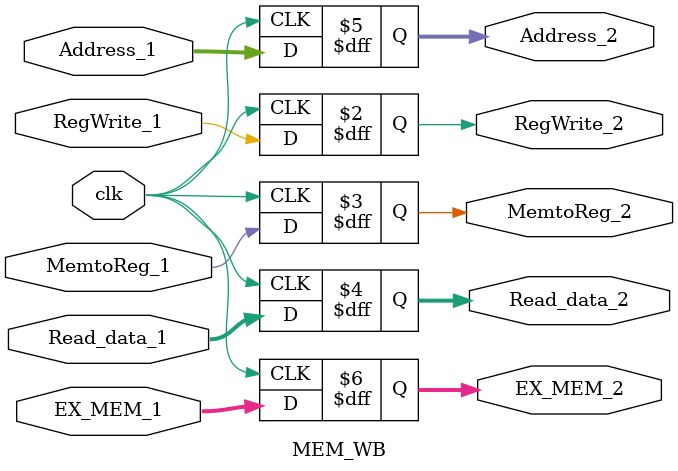
<source format=v>
module MEM_WB (input clk,
input RegWrite_1,input MemtoReg_1,           //WB icontrols
input [31:0] Read_data_1,
input [31:0] Address_1,
input [4:0] EX_MEM_1,

output reg RegWrite_2,output reg MemtoReg_2,           //WB icontrols
output reg [31:0] Read_data_2,
output reg [31:0] Address_2,
output reg [4:0] EX_MEM_2
);

always @ (posedge clk) begin
RegWrite_2<=RegWrite_1;
MemtoReg_2<=MemtoReg_1;           

Read_data_2<=Read_data_1;
Address_2<=Address_1;
EX_MEM_2<=EX_MEM_1;

end

endmodule

</source>
